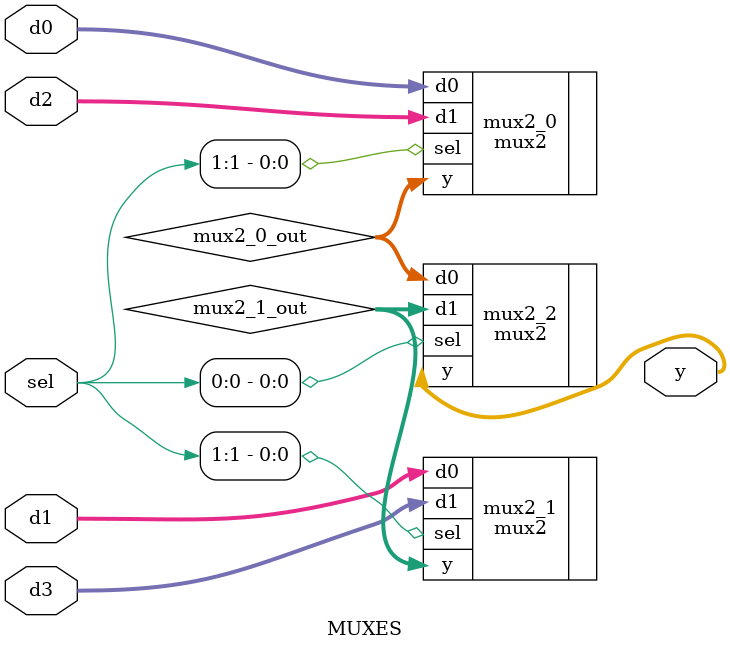
<source format=v>
module MUXES
  #(parameter WIDTH = 64)
   (d0,d1,d2,d3,sel,y);

   input [WIDTH-1:0] d0;
   input [WIDTH-1:0] d1;
   input [WIDTH-1:0] d2;
   input [WIDTH-1:0] d3;
   input [1:0]	     sel;
   output  [WIDTH-1:0] y;   
   wire  [WIDTH-1:0] mux2_0_out;
   wire  [WIDTH-1:0] mux2_1_out;
  
  mux2 #(.WIDTH(WIDTH)) mux2_0(.d0(d0), .d1(d2), .sel(sel[1]), .y(mux2_0_out));
  mux2 #(.WIDTH(WIDTH)) mux2_1(.d0(d1), .d1(d3), .sel(sel[1]), .y(mux2_1_out));

  mux2 #(.WIDTH(WIDTH)) mux2_2(.d0(mux2_0_out), .d1(mux2_1_out), .sel(sel[0]), .y(y));

endmodule

</source>
